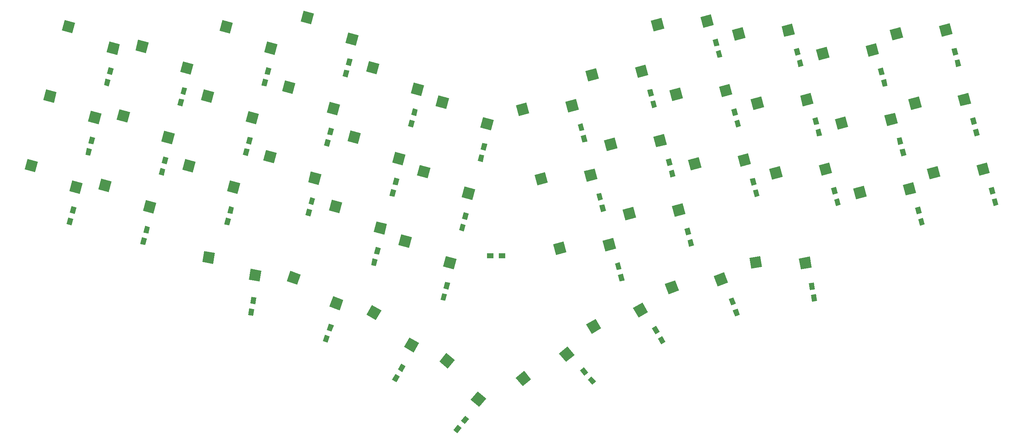
<source format=gbp>
G04 #@! TF.GenerationSoftware,KiCad,Pcbnew,(5.1.9)-1*
G04 #@! TF.CreationDate,2021-07-05T21:58:00+03:00*
G04 #@! TF.ProjectId,choctopus44,63686f63-746f-4707-9573-34342e6b6963,1.0 Prototype*
G04 #@! TF.SameCoordinates,Original*
G04 #@! TF.FileFunction,Paste,Bot*
G04 #@! TF.FilePolarity,Positive*
%FSLAX46Y46*%
G04 Gerber Fmt 4.6, Leading zero omitted, Abs format (unit mm)*
G04 Created by KiCad (PCBNEW (5.1.9)-1) date 2021-07-05 21:58:00*
%MOMM*%
%LPD*%
G01*
G04 APERTURE LIST*
%ADD10C,0.100000*%
%ADD11R,1.600000X1.200000*%
G04 APERTURE END LIST*
D10*
G36*
X166550381Y-74724276D02*
G01*
X165877452Y-72212869D01*
X168388859Y-71539940D01*
X169061788Y-74051347D01*
X166550381Y-74724276D01*
G37*
G36*
X178276226Y-73859953D02*
G01*
X177603297Y-71348546D01*
X180114704Y-70675617D01*
X180787633Y-73187024D01*
X178276226Y-73859953D01*
G37*
G36*
X74827270Y-79093489D02*
G01*
X75500199Y-76582082D01*
X78011606Y-77255011D01*
X77338677Y-79766418D01*
X74827270Y-79093489D01*
G37*
G36*
X85414312Y-84207886D02*
G01*
X86087241Y-81696479D01*
X88598648Y-82369408D01*
X87925719Y-84880815D01*
X85414312Y-84207886D01*
G37*
G36*
X130403315Y-80532737D02*
G01*
X131076244Y-78021330D01*
X133587651Y-78694259D01*
X132914722Y-81205666D01*
X130403315Y-80532737D01*
G37*
G36*
X140990357Y-85647134D02*
G01*
X141663286Y-83135727D01*
X144174693Y-83808656D01*
X143501764Y-86320063D01*
X140990357Y-85647134D01*
G37*
G36*
X182039758Y-62831031D02*
G01*
X181366829Y-60319624D01*
X183878236Y-59646695D01*
X184551165Y-62158102D01*
X182039758Y-62831031D01*
G37*
G36*
X193765603Y-61966708D02*
G01*
X193092674Y-59455301D01*
X195604081Y-58782372D01*
X196277010Y-61293779D01*
X193765603Y-61966708D01*
G37*
G36*
X113933276Y-72356164D02*
G01*
X114606205Y-69844757D01*
X117117612Y-70517686D01*
X116444683Y-73029093D01*
X113933276Y-72356164D01*
G37*
G36*
X124520318Y-77470561D02*
G01*
X125193247Y-74959154D01*
X127704654Y-75632083D01*
X127031725Y-78143490D01*
X124520318Y-77470561D01*
G37*
G36*
X247400206Y-97926039D02*
G01*
X246727277Y-95414632D01*
X249238684Y-94741703D01*
X249911613Y-97253110D01*
X247400206Y-97926039D01*
G37*
G36*
X259126051Y-97061716D02*
G01*
X258453122Y-94550309D01*
X260964529Y-93877380D01*
X261637458Y-96388787D01*
X259126051Y-97061716D01*
G37*
G36*
X98443899Y-60462919D02*
G01*
X99116828Y-57951512D01*
X101628235Y-58624441D01*
X100955306Y-61135848D01*
X98443899Y-60462919D01*
G37*
G36*
X109030941Y-65577316D02*
G01*
X109703870Y-63065909D01*
X112215277Y-63738838D01*
X111542348Y-66250245D01*
X109030941Y-65577316D01*
G37*
G36*
X33083452Y-95557927D02*
G01*
X33756381Y-93046520D01*
X36267788Y-93719449D01*
X35594859Y-96230856D01*
X33083452Y-95557927D01*
G37*
G36*
X43670494Y-100672324D02*
G01*
X44343423Y-98160917D01*
X46854830Y-98833846D01*
X46181901Y-101345253D01*
X43670494Y-100672324D01*
G37*
G36*
X131279310Y-141051073D02*
G01*
X132950558Y-139059357D01*
X134942274Y-140730605D01*
X133271026Y-142722321D01*
X131279310Y-141051073D01*
G37*
G36*
X138712990Y-150160568D02*
G01*
X140384238Y-148168852D01*
X142375954Y-149840100D01*
X140704706Y-151831816D01*
X138712990Y-150160568D01*
G37*
G36*
X185579347Y-125142532D02*
G01*
X184690094Y-122699331D01*
X187133295Y-121810078D01*
X188022548Y-124253279D01*
X185579347Y-125142532D01*
G37*
G36*
X197185241Y-123259523D02*
G01*
X196295988Y-120816322D01*
X198739189Y-119927069D01*
X199628442Y-122370270D01*
X197185241Y-123259523D01*
G37*
G36*
X167356026Y-134529677D02*
G01*
X166056026Y-132278011D01*
X168307692Y-130978011D01*
X169607692Y-133229677D01*
X167356026Y-134529677D01*
G37*
G36*
X178458619Y-130659933D02*
G01*
X177158619Y-128408267D01*
X179410285Y-127108267D01*
X180710285Y-129359933D01*
X178458619Y-130659933D01*
G37*
G36*
X95143013Y-122013047D02*
G01*
X96032266Y-119569846D01*
X98475467Y-120459099D01*
X97586214Y-122902300D01*
X95143013Y-122013047D01*
G37*
G36*
X105244018Y-128030703D02*
G01*
X106133271Y-125587502D01*
X108576472Y-126476755D01*
X107687219Y-128919956D01*
X105244018Y-128030703D01*
G37*
G36*
X75175877Y-117476203D02*
G01*
X75627363Y-114915703D01*
X78187863Y-115367189D01*
X77736377Y-117927689D01*
X75175877Y-117476203D01*
G37*
G36*
X86168381Y-121648417D02*
G01*
X86619867Y-119087917D01*
X89180367Y-119539403D01*
X88728881Y-122099903D01*
X86168381Y-121648417D01*
G37*
G36*
X229971495Y-102602848D02*
G01*
X229298566Y-100091441D01*
X231809973Y-99418512D01*
X232482902Y-101929919D01*
X229971495Y-102602848D01*
G37*
G36*
X241697340Y-101738525D02*
G01*
X241024411Y-99227118D01*
X243535818Y-98554189D01*
X244208747Y-101065596D01*
X241697340Y-101738525D01*
G37*
G36*
X210069340Y-97939691D02*
G01*
X209396411Y-95428284D01*
X211907818Y-94755355D01*
X212580747Y-97266762D01*
X210069340Y-97939691D01*
G37*
G36*
X221795185Y-97075368D02*
G01*
X221122256Y-94563961D01*
X223633663Y-93891032D01*
X224306592Y-96402439D01*
X221795185Y-97075368D01*
G37*
G36*
X175339428Y-107603375D02*
G01*
X174666499Y-105091968D01*
X177177906Y-104419039D01*
X177850835Y-106930446D01*
X175339428Y-107603375D01*
G37*
G36*
X187065273Y-106739052D02*
G01*
X186392344Y-104227645D01*
X188903751Y-103554716D01*
X189576680Y-106066123D01*
X187065273Y-106739052D01*
G37*
G36*
X242986382Y-81437988D02*
G01*
X242313453Y-78926581D01*
X244824860Y-78253652D01*
X245497789Y-80765059D01*
X242986382Y-81437988D01*
G37*
G36*
X254712227Y-80573665D02*
G01*
X254039298Y-78062258D01*
X256550705Y-77389329D01*
X257223634Y-79900736D01*
X254712227Y-80573665D01*
G37*
G36*
X225601005Y-86151158D02*
G01*
X224928076Y-83639751D01*
X227439483Y-82966822D01*
X228112412Y-85478229D01*
X225601005Y-86151158D01*
G37*
G36*
X237326850Y-85286835D02*
G01*
X236653921Y-82775428D01*
X239165328Y-82102499D01*
X239838257Y-84613906D01*
X237326850Y-85286835D01*
G37*
G36*
X205656388Y-81461601D02*
G01*
X204983459Y-78950194D01*
X207494866Y-78277265D01*
X208167795Y-80788672D01*
X205656388Y-81461601D01*
G37*
G36*
X217382233Y-80597278D02*
G01*
X216709304Y-78085871D01*
X219220711Y-77412942D01*
X219893640Y-79924349D01*
X217382233Y-80597278D01*
G37*
G36*
X186442749Y-79309992D02*
G01*
X185769820Y-76798585D01*
X188281227Y-76125656D01*
X188954156Y-78637063D01*
X186442749Y-79309992D01*
G37*
G36*
X198168594Y-78445669D02*
G01*
X197495665Y-75934262D01*
X200007072Y-75261333D01*
X200680001Y-77772740D01*
X198168594Y-78445669D01*
G37*
G36*
X170940795Y-91174223D02*
G01*
X170267866Y-88662816D01*
X172779273Y-87989887D01*
X173452202Y-90501294D01*
X170940795Y-91174223D01*
G37*
G36*
X182666640Y-90309900D02*
G01*
X181993711Y-87798493D01*
X184505118Y-87125564D01*
X185178047Y-89636971D01*
X182666640Y-90309900D01*
G37*
G36*
X154491552Y-99359015D02*
G01*
X153818623Y-96847608D01*
X156330030Y-96174679D01*
X157002959Y-98686086D01*
X154491552Y-99359015D01*
G37*
G36*
X166217397Y-98494692D02*
G01*
X165544468Y-95983285D01*
X168055875Y-95310356D01*
X168728804Y-97821763D01*
X166217397Y-98494692D01*
G37*
G36*
X105144229Y-105235263D02*
G01*
X105817158Y-102723856D01*
X108328565Y-103396785D01*
X107655636Y-105908192D01*
X105144229Y-105235263D01*
G37*
G36*
X115731271Y-110349660D02*
G01*
X116404200Y-107838253D01*
X118915607Y-108511182D01*
X118242678Y-111022589D01*
X115731271Y-110349660D01*
G37*
G36*
X89621725Y-93429463D02*
G01*
X90294654Y-90918056D01*
X92806061Y-91590985D01*
X92133132Y-94102392D01*
X89621725Y-93429463D01*
G37*
G36*
X100208767Y-98543860D02*
G01*
X100881696Y-96032453D01*
X103393103Y-96705382D01*
X102720174Y-99216789D01*
X100208767Y-98543860D01*
G37*
G36*
X70414317Y-95571579D02*
G01*
X71087246Y-93060172D01*
X73598653Y-93733101D01*
X72925724Y-96244508D01*
X70414317Y-95571579D01*
G37*
G36*
X81001359Y-100685976D02*
G01*
X81674288Y-98174569D01*
X84185695Y-98847498D01*
X83512766Y-101358905D01*
X81001359Y-100685976D01*
G37*
G36*
X125992105Y-96990903D02*
G01*
X126665034Y-94479496D01*
X129176441Y-95152425D01*
X128503512Y-97663832D01*
X125992105Y-96990903D01*
G37*
G36*
X136579147Y-102105300D02*
G01*
X137252076Y-99593893D01*
X139763483Y-100266822D01*
X139090554Y-102778229D01*
X136579147Y-102105300D01*
G37*
G36*
X109542862Y-88806111D02*
G01*
X110215791Y-86294704D01*
X112727198Y-86967633D01*
X112054269Y-89479040D01*
X109542862Y-88806111D01*
G37*
G36*
X120129904Y-93920508D02*
G01*
X120802833Y-91409101D01*
X123314240Y-92082030D01*
X122641311Y-94593437D01*
X120129904Y-93920508D01*
G37*
G36*
X54882653Y-83783046D02*
G01*
X55555582Y-81271639D01*
X58066989Y-81944568D01*
X57394060Y-84455975D01*
X54882653Y-83783046D01*
G37*
G36*
X65469695Y-88897443D02*
G01*
X66142624Y-86386036D01*
X68654031Y-87058965D01*
X67981102Y-89570372D01*
X65469695Y-88897443D01*
G37*
G36*
X79227646Y-62644413D02*
G01*
X79900575Y-60133006D01*
X82411982Y-60805935D01*
X81739053Y-63317342D01*
X79227646Y-62644413D01*
G37*
G36*
X89814688Y-67758810D02*
G01*
X90487617Y-65247403D01*
X92999024Y-65920332D01*
X92326095Y-68431739D01*
X89814688Y-67758810D01*
G37*
G36*
X59313786Y-67326623D02*
G01*
X59986715Y-64815216D01*
X62498122Y-65488145D01*
X61825193Y-67999552D01*
X59313786Y-67326623D01*
G37*
G36*
X69900828Y-72441020D02*
G01*
X70573757Y-69929613D01*
X73085164Y-70602542D01*
X72412235Y-73113949D01*
X69900828Y-72441020D01*
G37*
G36*
X41898524Y-62610838D02*
G01*
X42571453Y-60099431D01*
X45082860Y-60772360D01*
X44409931Y-63283767D01*
X41898524Y-62610838D01*
G37*
G36*
X52485566Y-67725235D02*
G01*
X53158495Y-65213828D01*
X55669902Y-65886757D01*
X54996973Y-68398164D01*
X52485566Y-67725235D01*
G37*
G36*
X205137041Y-119065085D02*
G01*
X204685555Y-116504585D01*
X207246055Y-116053099D01*
X207697541Y-118613599D01*
X205137041Y-119065085D01*
G37*
G36*
X216893596Y-119226025D02*
G01*
X216442110Y-116665525D01*
X219002610Y-116214039D01*
X219454096Y-118774539D01*
X216893596Y-119226025D01*
G37*
G36*
X151032281Y-146932580D02*
G01*
X149361033Y-144940864D01*
X151352749Y-143269616D01*
X153023997Y-145261332D01*
X151032281Y-146932580D01*
G37*
G36*
X161294227Y-141193681D02*
G01*
X159622979Y-139201965D01*
X161614695Y-137530717D01*
X163285943Y-139522433D01*
X161294227Y-141193681D01*
G37*
G36*
X37497276Y-79069876D02*
G01*
X38170205Y-76558469D01*
X40681612Y-77231398D01*
X40008683Y-79742805D01*
X37497276Y-79069876D01*
G37*
G36*
X48084318Y-84184273D02*
G01*
X48757247Y-81672866D01*
X51268654Y-82345795D01*
X50595725Y-84857202D01*
X48084318Y-84184273D01*
G37*
G36*
X190856573Y-95798044D02*
G01*
X190183644Y-93286637D01*
X192695051Y-92613708D01*
X193367980Y-95125115D01*
X190856573Y-95798044D01*
G37*
G36*
X202582418Y-94933721D02*
G01*
X201909489Y-92422314D01*
X204420896Y-91749385D01*
X205093825Y-94260792D01*
X202582418Y-94933721D01*
G37*
G36*
X50512162Y-100234736D02*
G01*
X51185091Y-97723329D01*
X53696498Y-98396258D01*
X53023569Y-100907665D01*
X50512162Y-100234736D01*
G37*
G36*
X61099204Y-105349133D02*
G01*
X61772133Y-102837726D01*
X64283540Y-103510655D01*
X63610611Y-106022062D01*
X61099204Y-105349133D01*
G37*
G36*
X158893672Y-115828015D02*
G01*
X158220743Y-113316608D01*
X160732150Y-112643679D01*
X161405079Y-115155086D01*
X158893672Y-115828015D01*
G37*
G36*
X170619517Y-114963692D02*
G01*
X169946588Y-112452285D01*
X172457995Y-111779356D01*
X173130924Y-114290763D01*
X170619517Y-114963692D01*
G37*
G36*
X238585134Y-64978950D02*
G01*
X237912205Y-62467543D01*
X240423612Y-61794614D01*
X241096541Y-64306021D01*
X238585134Y-64978950D01*
G37*
G36*
X250310979Y-64114627D02*
G01*
X249638050Y-61603220D01*
X252149457Y-60930291D01*
X252822386Y-63441698D01*
X250310979Y-64114627D01*
G37*
G36*
X121589986Y-113459903D02*
G01*
X122262915Y-110948496D01*
X124774322Y-111621425D01*
X124101393Y-114132832D01*
X121589986Y-113459903D01*
G37*
G36*
X132177028Y-118574300D02*
G01*
X132849957Y-116062893D01*
X135361364Y-116735822D01*
X134688435Y-119247229D01*
X132177028Y-118574300D01*
G37*
G36*
X94040908Y-76941880D02*
G01*
X94713837Y-74430473D01*
X97225244Y-75103402D01*
X96552315Y-77614809D01*
X94040908Y-76941880D01*
G37*
G36*
X104627950Y-82056277D02*
G01*
X105300879Y-79544870D01*
X107812286Y-80217799D01*
X107139357Y-82729206D01*
X104627950Y-82056277D01*
G37*
G36*
X114034296Y-129954677D02*
G01*
X115334296Y-127703011D01*
X117585962Y-129003011D01*
X116285962Y-131254677D01*
X114034296Y-129954677D01*
G37*
G36*
X122936889Y-137634933D02*
G01*
X124236889Y-135383267D01*
X126488555Y-136683267D01*
X125188555Y-138934933D01*
X122936889Y-137634933D01*
G37*
G36*
X221169871Y-69694735D02*
G01*
X220496942Y-67183328D01*
X223008349Y-66510399D01*
X223681278Y-69021806D01*
X221169871Y-69694735D01*
G37*
G36*
X232895716Y-68830412D02*
G01*
X232222787Y-66319005D01*
X234734194Y-65646076D01*
X235407123Y-68157483D01*
X232895716Y-68830412D01*
G37*
G36*
X201256012Y-65012525D02*
G01*
X200583083Y-62501118D01*
X203094490Y-61828189D01*
X203767419Y-64339596D01*
X201256012Y-65012525D01*
G37*
G36*
X212981857Y-64148202D02*
G01*
X212308928Y-61636795D01*
X214820335Y-60963866D01*
X215493264Y-63475273D01*
X212981857Y-64148202D01*
G37*
G36*
X150080343Y-82900849D02*
G01*
X149407414Y-80389442D01*
X151918821Y-79716513D01*
X152591750Y-82227920D01*
X150080343Y-82900849D01*
G37*
G36*
X161806188Y-82036526D02*
G01*
X161133259Y-79525119D01*
X163644666Y-78852190D01*
X164317595Y-81363597D01*
X161806188Y-82036526D01*
G37*
G36*
X132695435Y-122155227D02*
G01*
X133854546Y-122465810D01*
X133440435Y-124011291D01*
X132281324Y-123700708D01*
X132695435Y-122155227D01*
G37*
G36*
X131970741Y-124859819D02*
G01*
X133129852Y-125170402D01*
X132715741Y-126715883D01*
X131556630Y-126405300D01*
X131970741Y-124859819D01*
G37*
G36*
X180524042Y-76761989D02*
G01*
X181683153Y-76451406D01*
X182097264Y-77996887D01*
X180938153Y-78307470D01*
X180524042Y-76761989D01*
G37*
G36*
X181248736Y-79466581D02*
G01*
X182407847Y-79155998D01*
X182821958Y-80701479D01*
X181662847Y-81012062D01*
X181248736Y-79466581D01*
G37*
G36*
X172871042Y-117870255D02*
G01*
X174030153Y-117559672D01*
X174444264Y-119105153D01*
X173285153Y-119415736D01*
X172871042Y-117870255D01*
G37*
G36*
X173595736Y-120574847D02*
G01*
X174754847Y-120264264D01*
X175168958Y-121809745D01*
X174009847Y-122120328D01*
X173595736Y-120574847D01*
G37*
G36*
X184914456Y-93211936D02*
G01*
X186073567Y-92901353D01*
X186487678Y-94446834D01*
X185328567Y-94757417D01*
X184914456Y-93211936D01*
G37*
G36*
X185639150Y-95916528D02*
G01*
X186798261Y-95605945D01*
X187212372Y-97151426D01*
X186053261Y-97462009D01*
X185639150Y-95916528D01*
G37*
G36*
X53003973Y-71306162D02*
G01*
X54163084Y-71616745D01*
X53748973Y-73162226D01*
X52589862Y-72851643D01*
X53003973Y-71306162D01*
G37*
G36*
X52279279Y-74010754D02*
G01*
X53438390Y-74321337D01*
X53024279Y-75866818D01*
X51865168Y-75556235D01*
X52279279Y-74010754D01*
G37*
G36*
X70419235Y-76021947D02*
G01*
X71578346Y-76332530D01*
X71164235Y-77878011D01*
X70005124Y-77567428D01*
X70419235Y-76021947D01*
G37*
G36*
X69694541Y-78726539D02*
G01*
X70853652Y-79037122D01*
X70439541Y-80582603D01*
X69280430Y-80272020D01*
X69694541Y-78726539D01*
G37*
G36*
X90333095Y-71339737D02*
G01*
X91492206Y-71650320D01*
X91078095Y-73195801D01*
X89918984Y-72885218D01*
X90333095Y-71339737D01*
G37*
G36*
X89608401Y-74044329D02*
G01*
X90767512Y-74354912D01*
X90353401Y-75900393D01*
X89194290Y-75589810D01*
X89608401Y-74044329D01*
G37*
G36*
X109549348Y-69158243D02*
G01*
X110708459Y-69468826D01*
X110294348Y-71014307D01*
X109135237Y-70703724D01*
X109549348Y-69158243D01*
G37*
G36*
X108824654Y-71862835D02*
G01*
X109983765Y-72173418D01*
X109569654Y-73718899D01*
X108410543Y-73408316D01*
X108824654Y-71862835D01*
G37*
G36*
X125038725Y-81051488D02*
G01*
X126197836Y-81362071D01*
X125783725Y-82907552D01*
X124624614Y-82596969D01*
X125038725Y-81051488D01*
G37*
G36*
X124314031Y-83756080D02*
G01*
X125473142Y-84066663D01*
X125059031Y-85612144D01*
X123899920Y-85301561D01*
X124314031Y-83756080D01*
G37*
G36*
X141508764Y-89228061D02*
G01*
X142667875Y-89538644D01*
X142253764Y-91084125D01*
X141094653Y-90773542D01*
X141508764Y-89228061D01*
G37*
G36*
X140784070Y-91932653D02*
G01*
X141943181Y-92243236D01*
X141529070Y-93788717D01*
X140369959Y-93478134D01*
X140784070Y-91932653D01*
G37*
G36*
X48602725Y-87765200D02*
G01*
X49761836Y-88075783D01*
X49347725Y-89621264D01*
X48188614Y-89310681D01*
X48602725Y-87765200D01*
G37*
G36*
X47878031Y-90469792D02*
G01*
X49037142Y-90780375D01*
X48623031Y-92325856D01*
X47463920Y-92015273D01*
X47878031Y-90469792D01*
G37*
G36*
X65988102Y-92478370D02*
G01*
X67147213Y-92788953D01*
X66733102Y-94334434D01*
X65573991Y-94023851D01*
X65988102Y-92478370D01*
G37*
G36*
X65263408Y-95182962D02*
G01*
X66422519Y-95493545D01*
X66008408Y-97039026D01*
X64849297Y-96728443D01*
X65263408Y-95182962D01*
G37*
G36*
X85932719Y-87788813D02*
G01*
X87091830Y-88099396D01*
X86677719Y-89644877D01*
X85518608Y-89334294D01*
X85932719Y-87788813D01*
G37*
G36*
X85208025Y-90493405D02*
G01*
X86367136Y-90803988D01*
X85953025Y-92349469D01*
X84793914Y-92038886D01*
X85208025Y-90493405D01*
G37*
G36*
X105146357Y-85637204D02*
G01*
X106305468Y-85947787D01*
X105891357Y-87493268D01*
X104732246Y-87182685D01*
X105146357Y-85637204D01*
G37*
G36*
X104421663Y-88341796D02*
G01*
X105580774Y-88652379D01*
X105166663Y-90197860D01*
X104007552Y-89887277D01*
X104421663Y-88341796D01*
G37*
G36*
X120648311Y-97501435D02*
G01*
X121807422Y-97812018D01*
X121393311Y-99357499D01*
X120234200Y-99046916D01*
X120648311Y-97501435D01*
G37*
G36*
X119923617Y-100206027D02*
G01*
X121082728Y-100516610D01*
X120668617Y-102062091D01*
X119509506Y-101751508D01*
X119923617Y-100206027D01*
G37*
G36*
X137097554Y-105686227D02*
G01*
X138256665Y-105996810D01*
X137842554Y-107542291D01*
X136683443Y-107231708D01*
X137097554Y-105686227D01*
G37*
G36*
X136372860Y-108390819D02*
G01*
X137531971Y-108701402D01*
X137117860Y-110246883D01*
X135958749Y-109936300D01*
X136372860Y-108390819D01*
G37*
G36*
X44188901Y-104253251D02*
G01*
X45348012Y-104563834D01*
X44933901Y-106109315D01*
X43774790Y-105798732D01*
X44188901Y-104253251D01*
G37*
G36*
X43464207Y-106957843D02*
G01*
X44623318Y-107268426D01*
X44209207Y-108813907D01*
X43050096Y-108503324D01*
X43464207Y-106957843D01*
G37*
G36*
X61617611Y-108930060D02*
G01*
X62776722Y-109240643D01*
X62362611Y-110786124D01*
X61203500Y-110475541D01*
X61617611Y-108930060D01*
G37*
G36*
X60892917Y-111634652D02*
G01*
X62052028Y-111945235D01*
X61637917Y-113490716D01*
X60478806Y-113180133D01*
X60892917Y-111634652D01*
G37*
G36*
X81519766Y-104266903D02*
G01*
X82678877Y-104577486D01*
X82264766Y-106122967D01*
X81105655Y-105812384D01*
X81519766Y-104266903D01*
G37*
G36*
X80795072Y-106971495D02*
G01*
X81954183Y-107282078D01*
X81540072Y-108827559D01*
X80380961Y-108516976D01*
X80795072Y-106971495D01*
G37*
G36*
X100727174Y-102124787D02*
G01*
X101886285Y-102435370D01*
X101472174Y-103980851D01*
X100313063Y-103670268D01*
X100727174Y-102124787D01*
G37*
G36*
X100002480Y-104829379D02*
G01*
X101161591Y-105139962D01*
X100747480Y-106685443D01*
X99588369Y-106374860D01*
X100002480Y-104829379D01*
G37*
G36*
X116249678Y-113930587D02*
G01*
X117408789Y-114241170D01*
X116994678Y-115786651D01*
X115835567Y-115476068D01*
X116249678Y-113930587D01*
G37*
G36*
X115524984Y-116635179D02*
G01*
X116684095Y-116945762D01*
X116269984Y-118491243D01*
X115110873Y-118180660D01*
X115524984Y-116635179D01*
G37*
G36*
X164054004Y-84938562D02*
G01*
X165213115Y-84627979D01*
X165627226Y-86173460D01*
X164468115Y-86484043D01*
X164054004Y-84938562D01*
G37*
G36*
X164778698Y-87643154D02*
G01*
X165937809Y-87332571D01*
X166351920Y-88878052D01*
X165192809Y-89188635D01*
X164778698Y-87643154D01*
G37*
G36*
X196013419Y-64868744D02*
G01*
X197172530Y-64558161D01*
X197586641Y-66103642D01*
X196427530Y-66414225D01*
X196013419Y-64868744D01*
G37*
G36*
X196738113Y-67573336D02*
G01*
X197897224Y-67262753D01*
X198311335Y-68808234D01*
X197152224Y-69118817D01*
X196738113Y-67573336D01*
G37*
G36*
X215229673Y-67050238D02*
G01*
X216388784Y-66739655D01*
X216802895Y-68285136D01*
X215643784Y-68595719D01*
X215229673Y-67050238D01*
G37*
G36*
X215954367Y-69754830D02*
G01*
X217113478Y-69444247D01*
X217527589Y-70989728D01*
X216368478Y-71300311D01*
X215954367Y-69754830D01*
G37*
G36*
X235143532Y-71732448D02*
G01*
X236302643Y-71421865D01*
X236716754Y-72967346D01*
X235557643Y-73277929D01*
X235143532Y-71732448D01*
G37*
G36*
X235868226Y-74437040D02*
G01*
X237027337Y-74126457D01*
X237441448Y-75671938D01*
X236282337Y-75982521D01*
X235868226Y-74437040D01*
G37*
G36*
X252558795Y-67016663D02*
G01*
X253717906Y-66706080D01*
X254132017Y-68251561D01*
X252972906Y-68562144D01*
X252558795Y-67016663D01*
G37*
G36*
X253283489Y-69721255D02*
G01*
X254442600Y-69410672D01*
X254856711Y-70956153D01*
X253697600Y-71266736D01*
X253283489Y-69721255D01*
G37*
G36*
X168465213Y-101396728D02*
G01*
X169624324Y-101086145D01*
X170038435Y-102631626D01*
X168879324Y-102942209D01*
X168465213Y-101396728D01*
G37*
G36*
X169189907Y-104101320D02*
G01*
X170349018Y-103790737D01*
X170763129Y-105336218D01*
X169604018Y-105646801D01*
X169189907Y-104101320D01*
G37*
G36*
X200416410Y-81347705D02*
G01*
X201575521Y-81037122D01*
X201989632Y-82582603D01*
X200830521Y-82893186D01*
X200416410Y-81347705D01*
G37*
G36*
X201141104Y-84052297D02*
G01*
X202300215Y-83741714D01*
X202714326Y-85287195D01*
X201555215Y-85597778D01*
X201141104Y-84052297D01*
G37*
G36*
X219630049Y-83499314D02*
G01*
X220789160Y-83188731D01*
X221203271Y-84734212D01*
X220044160Y-85044795D01*
X219630049Y-83499314D01*
G37*
G36*
X220354743Y-86203906D02*
G01*
X221513854Y-85893323D01*
X221927965Y-87438804D01*
X220768854Y-87749387D01*
X220354743Y-86203906D01*
G37*
G36*
X239574666Y-88188871D02*
G01*
X240733777Y-87878288D01*
X241147888Y-89423769D01*
X239988777Y-89734352D01*
X239574666Y-88188871D01*
G37*
G36*
X240299360Y-90893463D02*
G01*
X241458471Y-90582880D01*
X241872582Y-92128361D01*
X240713471Y-92438944D01*
X240299360Y-90893463D01*
G37*
G36*
X256960043Y-83475701D02*
G01*
X258119154Y-83165118D01*
X258533265Y-84710599D01*
X257374154Y-85021182D01*
X256960043Y-83475701D01*
G37*
G36*
X257684737Y-86180293D02*
G01*
X258843848Y-85869710D01*
X259257959Y-87415191D01*
X258098848Y-87725774D01*
X257684737Y-86180293D01*
G37*
G36*
X189313089Y-109641088D02*
G01*
X190472200Y-109330505D01*
X190886311Y-110875986D01*
X189727200Y-111186569D01*
X189313089Y-109641088D01*
G37*
G36*
X190037783Y-112345680D02*
G01*
X191196894Y-112035097D01*
X191611005Y-113580578D01*
X190451894Y-113891161D01*
X190037783Y-112345680D01*
G37*
G36*
X204830234Y-97835757D02*
G01*
X205989345Y-97525174D01*
X206403456Y-99070655D01*
X205244345Y-99381238D01*
X204830234Y-97835757D01*
G37*
G36*
X205554928Y-100540349D02*
G01*
X206714039Y-100229766D01*
X207128150Y-101775247D01*
X205969039Y-102085830D01*
X205554928Y-100540349D01*
G37*
G36*
X224043001Y-99977404D02*
G01*
X225202112Y-99666821D01*
X225616223Y-101212302D01*
X224457112Y-101522885D01*
X224043001Y-99977404D01*
G37*
G36*
X224767695Y-102681996D02*
G01*
X225926806Y-102371413D01*
X226340917Y-103916894D01*
X225181806Y-104227477D01*
X224767695Y-102681996D01*
G37*
G36*
X243945156Y-104640561D02*
G01*
X245104267Y-104329978D01*
X245518378Y-105875459D01*
X244359267Y-106186042D01*
X243945156Y-104640561D01*
G37*
G36*
X244669850Y-107345153D02*
G01*
X245828961Y-107034570D01*
X246243072Y-108580051D01*
X245083961Y-108890634D01*
X244669850Y-107345153D01*
G37*
G36*
X261373867Y-99963752D02*
G01*
X262532978Y-99653169D01*
X262947089Y-101198650D01*
X261787978Y-101509233D01*
X261373867Y-99963752D01*
G37*
G36*
X262098561Y-102668344D02*
G01*
X263257672Y-102357761D01*
X263671783Y-103903242D01*
X262512672Y-104213825D01*
X262098561Y-102668344D01*
G37*
G36*
X86791141Y-125729234D02*
G01*
X87972910Y-125937612D01*
X87695073Y-127513304D01*
X86513304Y-127304926D01*
X86791141Y-125729234D01*
G37*
G36*
X86304927Y-128486696D02*
G01*
X87486696Y-128695074D01*
X87208859Y-130270766D01*
X86027090Y-130062388D01*
X86304927Y-128486696D01*
G37*
G36*
X105188629Y-132076696D02*
G01*
X106316260Y-132487120D01*
X105769027Y-133990628D01*
X104641396Y-133580204D01*
X105188629Y-132076696D01*
G37*
G36*
X104230973Y-134707836D02*
G01*
X105358604Y-135118260D01*
X104811371Y-136621768D01*
X103683740Y-136211344D01*
X104230973Y-134707836D01*
G37*
G36*
X122280385Y-141582308D02*
G01*
X123319615Y-142182308D01*
X122519615Y-143567948D01*
X121480385Y-142967948D01*
X122280385Y-141582308D01*
G37*
G36*
X120880385Y-144007180D02*
G01*
X121919615Y-144607180D01*
X121119615Y-145992820D01*
X120080385Y-145392820D01*
X120880385Y-144007180D01*
G37*
G36*
X164619368Y-143212802D02*
G01*
X165538622Y-142441457D01*
X166567082Y-143667128D01*
X165647828Y-144438473D01*
X164619368Y-143212802D01*
G37*
G36*
X166419174Y-145357726D02*
G01*
X167338428Y-144586381D01*
X168366888Y-145812052D01*
X167447634Y-146583397D01*
X166419174Y-145357726D01*
G37*
G36*
X181630385Y-133229680D02*
G01*
X182669615Y-132629680D01*
X183469615Y-134015320D01*
X182430385Y-134615320D01*
X181630385Y-133229680D01*
G37*
G36*
X183030385Y-135654552D02*
G01*
X184069615Y-135054552D01*
X184869615Y-136440192D01*
X183830385Y-137040192D01*
X183030385Y-135654552D01*
G37*
G36*
X199828690Y-126288656D02*
G01*
X200956321Y-125878232D01*
X201503554Y-127381740D01*
X200375923Y-127792164D01*
X199828690Y-126288656D01*
G37*
G36*
X200786346Y-128919796D02*
G01*
X201913977Y-128509372D01*
X202461210Y-130012880D01*
X201333579Y-130423304D01*
X200786346Y-128919796D01*
G37*
G36*
X218783983Y-122558881D02*
G01*
X219965752Y-122350503D01*
X220243589Y-123926195D01*
X219061820Y-124134573D01*
X218783983Y-122558881D01*
G37*
G36*
X219270197Y-125316343D02*
G01*
X220451966Y-125107965D01*
X220729803Y-126683657D01*
X219548034Y-126892035D01*
X219270197Y-125316343D01*
G37*
D11*
X146150000Y-116000000D03*
X143350000Y-116000000D03*
D10*
G36*
X137454506Y-153929030D02*
G01*
X138373760Y-154700375D01*
X137345300Y-155926046D01*
X136426046Y-155154701D01*
X137454506Y-153929030D01*
G37*
G36*
X135654700Y-156073954D02*
G01*
X136573954Y-156845299D01*
X135545494Y-158070970D01*
X134626240Y-157299625D01*
X135654700Y-156073954D01*
G37*
M02*

</source>
